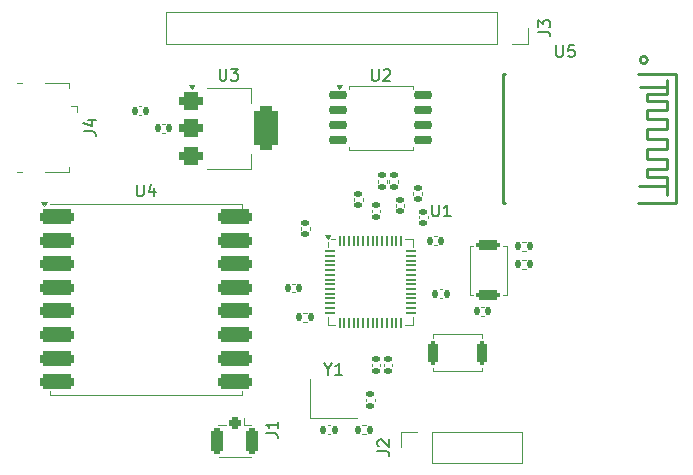
<source format=gbr>
%TF.GenerationSoftware,KiCad,Pcbnew,8.0.4*%
%TF.CreationDate,2024-08-04T16:14:02-04:00*%
%TF.ProjectId,board,626f6172-642e-46b6-9963-61645f706362,rev?*%
%TF.SameCoordinates,Original*%
%TF.FileFunction,Legend,Top*%
%TF.FilePolarity,Positive*%
%FSLAX46Y46*%
G04 Gerber Fmt 4.6, Leading zero omitted, Abs format (unit mm)*
G04 Created by KiCad (PCBNEW 8.0.4) date 2024-08-04 16:14:02*
%MOMM*%
%LPD*%
G01*
G04 APERTURE LIST*
G04 Aperture macros list*
%AMRoundRect*
0 Rectangle with rounded corners*
0 $1 Rounding radius*
0 $2 $3 $4 $5 $6 $7 $8 $9 X,Y pos of 4 corners*
0 Add a 4 corners polygon primitive as box body*
4,1,4,$2,$3,$4,$5,$6,$7,$8,$9,$2,$3,0*
0 Add four circle primitives for the rounded corners*
1,1,$1+$1,$2,$3*
1,1,$1+$1,$4,$5*
1,1,$1+$1,$6,$7*
1,1,$1+$1,$8,$9*
0 Add four rect primitives between the rounded corners*
20,1,$1+$1,$2,$3,$4,$5,0*
20,1,$1+$1,$4,$5,$6,$7,0*
20,1,$1+$1,$6,$7,$8,$9,0*
20,1,$1+$1,$8,$9,$2,$3,0*%
G04 Aperture macros list end*
%ADD10C,0.150000*%
%ADD11C,0.120000*%
%ADD12C,0.254000*%
%ADD13RoundRect,0.200000X0.800000X-0.200000X0.800000X0.200000X-0.800000X0.200000X-0.800000X-0.200000X0*%
%ADD14RoundRect,0.140000X-0.170000X0.140000X-0.170000X-0.140000X0.170000X-0.140000X0.170000X0.140000X0*%
%ADD15RoundRect,0.135000X-0.185000X0.135000X-0.185000X-0.135000X0.185000X-0.135000X0.185000X0.135000X0*%
%ADD16C,2.200000*%
%ADD17RoundRect,0.200000X0.200000X0.800000X-0.200000X0.800000X-0.200000X-0.800000X0.200000X-0.800000X0*%
%ADD18R,1.700000X1.700000*%
%ADD19O,1.700000X1.700000*%
%ADD20RoundRect,0.140000X0.140000X0.170000X-0.140000X0.170000X-0.140000X-0.170000X0.140000X-0.170000X0*%
%ADD21RoundRect,0.140000X0.170000X-0.140000X0.170000X0.140000X-0.170000X0.140000X-0.170000X-0.140000X0*%
%ADD22RoundRect,0.135000X-0.135000X-0.185000X0.135000X-0.185000X0.135000X0.185000X-0.135000X0.185000X0*%
%ADD23RoundRect,0.317500X-1.157500X-0.317500X1.157500X-0.317500X1.157500X0.317500X-1.157500X0.317500X0*%
%ADD24RoundRect,0.140000X-0.140000X-0.170000X0.140000X-0.170000X0.140000X0.170000X-0.140000X0.170000X0*%
%ADD25RoundRect,0.375000X-0.625000X-0.375000X0.625000X-0.375000X0.625000X0.375000X-0.625000X0.375000X0*%
%ADD26RoundRect,0.500000X-0.500000X-1.400000X0.500000X-1.400000X0.500000X1.400000X-0.500000X1.400000X0*%
%ADD27RoundRect,0.150000X-0.650000X-0.150000X0.650000X-0.150000X0.650000X0.150000X-0.650000X0.150000X0*%
%ADD28R,1.350000X0.400000*%
%ADD29O,1.550000X0.890000*%
%ADD30R,1.550000X1.200000*%
%ADD31O,0.950000X1.250000*%
%ADD32R,1.550000X1.500000*%
%ADD33R,0.900000X1.800000*%
%ADD34RoundRect,0.050000X-0.387500X-0.050000X0.387500X-0.050000X0.387500X0.050000X-0.387500X0.050000X0*%
%ADD35RoundRect,0.050000X-0.050000X-0.387500X0.050000X-0.387500X0.050000X0.387500X-0.050000X0.387500X0*%
%ADD36R,3.200000X3.200000*%
%ADD37R,1.400000X1.200000*%
%ADD38RoundRect,0.135000X0.135000X0.185000X-0.135000X0.185000X-0.135000X-0.185000X0.135000X-0.185000X0*%
%ADD39RoundRect,0.250000X-0.250000X0.275000X-0.250000X-0.275000X0.250000X-0.275000X0.250000X0.275000X0*%
%ADD40RoundRect,0.250000X-0.275000X0.850000X-0.275000X-0.850000X0.275000X-0.850000X0.275000X0.850000X0*%
G04 APERTURE END LIST*
D10*
X72604819Y-64333333D02*
X73319104Y-64333333D01*
X73319104Y-64333333D02*
X73461961Y-64380952D01*
X73461961Y-64380952D02*
X73557200Y-64476190D01*
X73557200Y-64476190D02*
X73604819Y-64619047D01*
X73604819Y-64619047D02*
X73604819Y-64714285D01*
X72700057Y-63904761D02*
X72652438Y-63857142D01*
X72652438Y-63857142D02*
X72604819Y-63761904D01*
X72604819Y-63761904D02*
X72604819Y-63523809D01*
X72604819Y-63523809D02*
X72652438Y-63428571D01*
X72652438Y-63428571D02*
X72700057Y-63380952D01*
X72700057Y-63380952D02*
X72795295Y-63333333D01*
X72795295Y-63333333D02*
X72890533Y-63333333D01*
X72890533Y-63333333D02*
X73033390Y-63380952D01*
X73033390Y-63380952D02*
X73604819Y-63952380D01*
X73604819Y-63952380D02*
X73604819Y-63333333D01*
X86224819Y-28833333D02*
X86939104Y-28833333D01*
X86939104Y-28833333D02*
X87081961Y-28880952D01*
X87081961Y-28880952D02*
X87177200Y-28976190D01*
X87177200Y-28976190D02*
X87224819Y-29119047D01*
X87224819Y-29119047D02*
X87224819Y-29214285D01*
X86224819Y-28452380D02*
X86224819Y-27833333D01*
X86224819Y-27833333D02*
X86605771Y-28166666D01*
X86605771Y-28166666D02*
X86605771Y-28023809D01*
X86605771Y-28023809D02*
X86653390Y-27928571D01*
X86653390Y-27928571D02*
X86701009Y-27880952D01*
X86701009Y-27880952D02*
X86796247Y-27833333D01*
X86796247Y-27833333D02*
X87034342Y-27833333D01*
X87034342Y-27833333D02*
X87129580Y-27880952D01*
X87129580Y-27880952D02*
X87177200Y-27928571D01*
X87177200Y-27928571D02*
X87224819Y-28023809D01*
X87224819Y-28023809D02*
X87224819Y-28309523D01*
X87224819Y-28309523D02*
X87177200Y-28404761D01*
X87177200Y-28404761D02*
X87129580Y-28452380D01*
X52238095Y-41754819D02*
X52238095Y-42564342D01*
X52238095Y-42564342D02*
X52285714Y-42659580D01*
X52285714Y-42659580D02*
X52333333Y-42707200D01*
X52333333Y-42707200D02*
X52428571Y-42754819D01*
X52428571Y-42754819D02*
X52619047Y-42754819D01*
X52619047Y-42754819D02*
X52714285Y-42707200D01*
X52714285Y-42707200D02*
X52761904Y-42659580D01*
X52761904Y-42659580D02*
X52809523Y-42564342D01*
X52809523Y-42564342D02*
X52809523Y-41754819D01*
X53714285Y-42088152D02*
X53714285Y-42754819D01*
X53476190Y-41707200D02*
X53238095Y-42421485D01*
X53238095Y-42421485D02*
X53857142Y-42421485D01*
X59238095Y-31954819D02*
X59238095Y-32764342D01*
X59238095Y-32764342D02*
X59285714Y-32859580D01*
X59285714Y-32859580D02*
X59333333Y-32907200D01*
X59333333Y-32907200D02*
X59428571Y-32954819D01*
X59428571Y-32954819D02*
X59619047Y-32954819D01*
X59619047Y-32954819D02*
X59714285Y-32907200D01*
X59714285Y-32907200D02*
X59761904Y-32859580D01*
X59761904Y-32859580D02*
X59809523Y-32764342D01*
X59809523Y-32764342D02*
X59809523Y-31954819D01*
X60190476Y-31954819D02*
X60809523Y-31954819D01*
X60809523Y-31954819D02*
X60476190Y-32335771D01*
X60476190Y-32335771D02*
X60619047Y-32335771D01*
X60619047Y-32335771D02*
X60714285Y-32383390D01*
X60714285Y-32383390D02*
X60761904Y-32431009D01*
X60761904Y-32431009D02*
X60809523Y-32526247D01*
X60809523Y-32526247D02*
X60809523Y-32764342D01*
X60809523Y-32764342D02*
X60761904Y-32859580D01*
X60761904Y-32859580D02*
X60714285Y-32907200D01*
X60714285Y-32907200D02*
X60619047Y-32954819D01*
X60619047Y-32954819D02*
X60333333Y-32954819D01*
X60333333Y-32954819D02*
X60238095Y-32907200D01*
X60238095Y-32907200D02*
X60190476Y-32859580D01*
X72138095Y-31989819D02*
X72138095Y-32799342D01*
X72138095Y-32799342D02*
X72185714Y-32894580D01*
X72185714Y-32894580D02*
X72233333Y-32942200D01*
X72233333Y-32942200D02*
X72328571Y-32989819D01*
X72328571Y-32989819D02*
X72519047Y-32989819D01*
X72519047Y-32989819D02*
X72614285Y-32942200D01*
X72614285Y-32942200D02*
X72661904Y-32894580D01*
X72661904Y-32894580D02*
X72709523Y-32799342D01*
X72709523Y-32799342D02*
X72709523Y-31989819D01*
X73138095Y-32085057D02*
X73185714Y-32037438D01*
X73185714Y-32037438D02*
X73280952Y-31989819D01*
X73280952Y-31989819D02*
X73519047Y-31989819D01*
X73519047Y-31989819D02*
X73614285Y-32037438D01*
X73614285Y-32037438D02*
X73661904Y-32085057D01*
X73661904Y-32085057D02*
X73709523Y-32180295D01*
X73709523Y-32180295D02*
X73709523Y-32275533D01*
X73709523Y-32275533D02*
X73661904Y-32418390D01*
X73661904Y-32418390D02*
X73090476Y-32989819D01*
X73090476Y-32989819D02*
X73709523Y-32989819D01*
X47754819Y-37233333D02*
X48469104Y-37233333D01*
X48469104Y-37233333D02*
X48611961Y-37280952D01*
X48611961Y-37280952D02*
X48707200Y-37376190D01*
X48707200Y-37376190D02*
X48754819Y-37519047D01*
X48754819Y-37519047D02*
X48754819Y-37614285D01*
X48088152Y-36328571D02*
X48754819Y-36328571D01*
X47707200Y-36566666D02*
X48421485Y-36804761D01*
X48421485Y-36804761D02*
X48421485Y-36185714D01*
X87738095Y-29954819D02*
X87738095Y-30764342D01*
X87738095Y-30764342D02*
X87785714Y-30859580D01*
X87785714Y-30859580D02*
X87833333Y-30907200D01*
X87833333Y-30907200D02*
X87928571Y-30954819D01*
X87928571Y-30954819D02*
X88119047Y-30954819D01*
X88119047Y-30954819D02*
X88214285Y-30907200D01*
X88214285Y-30907200D02*
X88261904Y-30859580D01*
X88261904Y-30859580D02*
X88309523Y-30764342D01*
X88309523Y-30764342D02*
X88309523Y-29954819D01*
X89261904Y-29954819D02*
X88785714Y-29954819D01*
X88785714Y-29954819D02*
X88738095Y-30431009D01*
X88738095Y-30431009D02*
X88785714Y-30383390D01*
X88785714Y-30383390D02*
X88880952Y-30335771D01*
X88880952Y-30335771D02*
X89119047Y-30335771D01*
X89119047Y-30335771D02*
X89214285Y-30383390D01*
X89214285Y-30383390D02*
X89261904Y-30431009D01*
X89261904Y-30431009D02*
X89309523Y-30526247D01*
X89309523Y-30526247D02*
X89309523Y-30764342D01*
X89309523Y-30764342D02*
X89261904Y-30859580D01*
X89261904Y-30859580D02*
X89214285Y-30907200D01*
X89214285Y-30907200D02*
X89119047Y-30954819D01*
X89119047Y-30954819D02*
X88880952Y-30954819D01*
X88880952Y-30954819D02*
X88785714Y-30907200D01*
X88785714Y-30907200D02*
X88738095Y-30859580D01*
X77238095Y-43454819D02*
X77238095Y-44264342D01*
X77238095Y-44264342D02*
X77285714Y-44359580D01*
X77285714Y-44359580D02*
X77333333Y-44407200D01*
X77333333Y-44407200D02*
X77428571Y-44454819D01*
X77428571Y-44454819D02*
X77619047Y-44454819D01*
X77619047Y-44454819D02*
X77714285Y-44407200D01*
X77714285Y-44407200D02*
X77761904Y-44359580D01*
X77761904Y-44359580D02*
X77809523Y-44264342D01*
X77809523Y-44264342D02*
X77809523Y-43454819D01*
X78809523Y-44454819D02*
X78238095Y-44454819D01*
X78523809Y-44454819D02*
X78523809Y-43454819D01*
X78523809Y-43454819D02*
X78428571Y-43597676D01*
X78428571Y-43597676D02*
X78333333Y-43692914D01*
X78333333Y-43692914D02*
X78238095Y-43740533D01*
X68423809Y-57378628D02*
X68423809Y-57854819D01*
X68090476Y-56854819D02*
X68423809Y-57378628D01*
X68423809Y-57378628D02*
X68757142Y-56854819D01*
X69614285Y-57854819D02*
X69042857Y-57854819D01*
X69328571Y-57854819D02*
X69328571Y-56854819D01*
X69328571Y-56854819D02*
X69233333Y-56997676D01*
X69233333Y-56997676D02*
X69138095Y-57092914D01*
X69138095Y-57092914D02*
X69042857Y-57140533D01*
X63179819Y-62833333D02*
X63894104Y-62833333D01*
X63894104Y-62833333D02*
X64036961Y-62880952D01*
X64036961Y-62880952D02*
X64132200Y-62976190D01*
X64132200Y-62976190D02*
X64179819Y-63119047D01*
X64179819Y-63119047D02*
X64179819Y-63214285D01*
X64179819Y-61833333D02*
X64179819Y-62404761D01*
X64179819Y-62119047D02*
X63179819Y-62119047D01*
X63179819Y-62119047D02*
X63322676Y-62214285D01*
X63322676Y-62214285D02*
X63417914Y-62309523D01*
X63417914Y-62309523D02*
X63465533Y-62404761D01*
D11*
%TO.C,SW1*%
X80430000Y-46930000D02*
X80730000Y-46930000D01*
X80430000Y-51070000D02*
X80430000Y-46930000D01*
X80730000Y-51070000D02*
X80430000Y-51070000D01*
X83270000Y-46930000D02*
X83570000Y-46930000D01*
X83570000Y-46930000D02*
X83570000Y-51070000D01*
X83570000Y-51070000D02*
X83270000Y-51070000D01*
%TO.C,C5*%
X66140000Y-45392164D02*
X66140000Y-45607836D01*
X66860000Y-45392164D02*
X66860000Y-45607836D01*
%TO.C,R2*%
X72620000Y-41336359D02*
X72620000Y-41643641D01*
X73380000Y-41336359D02*
X73380000Y-41643641D01*
%TO.C,SW2*%
X77330000Y-54430000D02*
X81470000Y-54430000D01*
X77330000Y-54730000D02*
X77330000Y-54430000D01*
X77330000Y-57570000D02*
X77330000Y-57270000D01*
X81470000Y-54430000D02*
X81470000Y-54730000D01*
X81470000Y-57270000D02*
X81470000Y-57570000D01*
X81470000Y-57570000D02*
X77330000Y-57570000D01*
%TO.C,J2*%
X74590000Y-62670000D02*
X75920000Y-62670000D01*
X74590000Y-64000000D02*
X74590000Y-62670000D01*
X77190000Y-62670000D02*
X84870000Y-62670000D01*
X77190000Y-65330000D02*
X77190000Y-62670000D01*
X77190000Y-65330000D02*
X84870000Y-65330000D01*
X84870000Y-65330000D02*
X84870000Y-62670000D01*
%TO.C,C15*%
X68627836Y-62140000D02*
X68412164Y-62140000D01*
X68627836Y-62860000D02*
X68412164Y-62860000D01*
%TO.C,C16*%
X71640000Y-60107836D02*
X71640000Y-59892164D01*
X72360000Y-60107836D02*
X72360000Y-59892164D01*
%TO.C,R8*%
X66336359Y-52620000D02*
X66643641Y-52620000D01*
X66336359Y-53380000D02*
X66643641Y-53380000D01*
%TO.C,J3*%
X54730000Y-27170000D02*
X54730000Y-29830000D01*
X82730000Y-27170000D02*
X54730000Y-27170000D01*
X82730000Y-27170000D02*
X82730000Y-29830000D01*
X82730000Y-29830000D02*
X54730000Y-29830000D01*
X85330000Y-28500000D02*
X85330000Y-29830000D01*
X85330000Y-29830000D02*
X84000000Y-29830000D01*
%TO.C,U4*%
X44900000Y-43400000D02*
X61100000Y-43400000D01*
X44900000Y-59200000D02*
X44900000Y-59600000D01*
X44900000Y-59600000D02*
X61100000Y-59600000D01*
X61100000Y-43400000D02*
X61100000Y-43800000D01*
X61100000Y-59600000D02*
X61100000Y-59200000D01*
X44400000Y-43600000D02*
X44160000Y-43264000D01*
X44640000Y-43264000D01*
X44400000Y-43600000D01*
G36*
X44400000Y-43600000D02*
G01*
X44160000Y-43264000D01*
X44640000Y-43264000D01*
X44400000Y-43600000D01*
G37*
%TO.C,C9*%
X73140000Y-56912164D02*
X73140000Y-57127836D01*
X73860000Y-56912164D02*
X73860000Y-57127836D01*
%TO.C,C11*%
X74140000Y-43627836D02*
X74140000Y-43412164D01*
X74860000Y-43627836D02*
X74860000Y-43412164D01*
%TO.C,C12*%
X52412164Y-35140000D02*
X52627836Y-35140000D01*
X52412164Y-35860000D02*
X52627836Y-35860000D01*
%TO.C,U3*%
X58150000Y-33590000D02*
X61910000Y-33590000D01*
X58150000Y-40410000D02*
X61910000Y-40410000D01*
X61910000Y-33590000D02*
X61910000Y-34850000D01*
X61910000Y-40410000D02*
X61910000Y-39150000D01*
X56870000Y-33690000D02*
X56630000Y-33360000D01*
X57110000Y-33360000D01*
X56870000Y-33690000D01*
G36*
X56870000Y-33690000D02*
G01*
X56630000Y-33360000D01*
X57110000Y-33360000D01*
X56870000Y-33690000D01*
G37*
%TO.C,C1*%
X77627836Y-46140000D02*
X77412164Y-46140000D01*
X77627836Y-46860000D02*
X77412164Y-46860000D01*
%TO.C,U2*%
X70175000Y-33370000D02*
X70175000Y-33630000D01*
X70175000Y-38820000D02*
X70175000Y-38560000D01*
X72900000Y-33370000D02*
X70175000Y-33370000D01*
X72900000Y-33370000D02*
X75625000Y-33370000D01*
X72900000Y-38820000D02*
X70175000Y-38820000D01*
X72900000Y-38820000D02*
X75625000Y-38820000D01*
X75625000Y-33370000D02*
X75625000Y-33630000D01*
X75625000Y-38820000D02*
X75625000Y-38560000D01*
X69392500Y-33630000D02*
X69152500Y-33300000D01*
X69632500Y-33300000D01*
X69392500Y-33630000D01*
G36*
X69392500Y-33630000D02*
G01*
X69152500Y-33300000D01*
X69632500Y-33300000D01*
X69392500Y-33630000D01*
G37*
%TO.C,R1*%
X73610000Y-41336359D02*
X73610000Y-41643641D01*
X74370000Y-41336359D02*
X74370000Y-41643641D01*
%TO.C,R7*%
X71336359Y-62120000D02*
X71643641Y-62120000D01*
X71336359Y-62880000D02*
X71643641Y-62880000D01*
%TO.C,J4*%
X42110000Y-33140000D02*
X42510000Y-33140000D01*
X42510000Y-40660000D02*
X42110000Y-40660000D01*
X44480000Y-33140000D02*
X46460000Y-33140000D01*
X44480000Y-40660000D02*
X46460000Y-40660000D01*
X46460000Y-33140000D02*
X46460000Y-33560000D01*
X46460000Y-40660000D02*
X46460000Y-40240000D01*
X46690000Y-35140000D02*
X47140000Y-35140000D01*
X47140000Y-35590000D02*
X47140000Y-35140000D01*
D12*
%TO.C,U5*%
X83250000Y-32414000D02*
X83419000Y-32414000D01*
X83250000Y-43314000D02*
X83250000Y-32414000D01*
X83419000Y-43314000D02*
X83250000Y-43314000D01*
X94681000Y-32414000D02*
X97850000Y-32414000D01*
X95450000Y-34114000D02*
X95450000Y-34714000D01*
X95450000Y-34714000D02*
X97150000Y-34714000D01*
X95450000Y-35414000D02*
X95450000Y-36214000D01*
X95450000Y-36214000D02*
X97150000Y-36214000D01*
X95450000Y-37014000D02*
X95450000Y-37914000D01*
X95450000Y-37914000D02*
X97150000Y-37914000D01*
X95450000Y-38714000D02*
X95450000Y-39614000D01*
X95450000Y-39614000D02*
X97150000Y-39614000D01*
X95450000Y-40414000D02*
X95450000Y-41114000D01*
X95450000Y-41114000D02*
X97150000Y-41114000D01*
X97150000Y-32914000D02*
X97150000Y-33514000D01*
X97150000Y-33514000D02*
X94850000Y-33514000D01*
X97150000Y-33514000D02*
X97150000Y-34114000D01*
X97150000Y-34114000D02*
X95450000Y-34114000D01*
X97150000Y-34714000D02*
X97150000Y-35414000D01*
X97150000Y-35414000D02*
X95450000Y-35414000D01*
X97150000Y-36214000D02*
X97150000Y-37014000D01*
X97150000Y-37014000D02*
X95450000Y-37014000D01*
X97150000Y-37914000D02*
X97150000Y-38714000D01*
X97150000Y-38714000D02*
X95450000Y-38714000D01*
X97150000Y-39614000D02*
X97150000Y-40414000D01*
X97150000Y-40414000D02*
X95450000Y-40414000D01*
X97150000Y-41114000D02*
X97150000Y-42614000D01*
X97150000Y-41914000D02*
X94750000Y-41914000D01*
X97150000Y-41972500D02*
X97150000Y-41914000D01*
X97850000Y-32414000D02*
X97850000Y-43314000D01*
X97850000Y-43314000D02*
X94681000Y-43314000D01*
X95466000Y-31214500D02*
G75*
G02*
X94834000Y-31214500I-316000J0D01*
G01*
X94834000Y-31214500D02*
G75*
G02*
X95466000Y-31214500I316000J0D01*
G01*
D11*
%TO.C,C13*%
X54607836Y-36640000D02*
X54392164Y-36640000D01*
X54607836Y-37360000D02*
X54392164Y-37360000D01*
%TO.C,U1*%
X68390000Y-47040000D02*
X68390000Y-46630000D01*
X68390000Y-53610000D02*
X68390000Y-52960000D01*
X69040000Y-46390000D02*
X68690000Y-46390000D01*
X69040000Y-53610000D02*
X68390000Y-53610000D01*
X74960000Y-46390000D02*
X75610000Y-46390000D01*
X74960000Y-53610000D02*
X75610000Y-53610000D01*
X75610000Y-46390000D02*
X75610000Y-47040000D01*
X75610000Y-53610000D02*
X75610000Y-52960000D01*
X68390000Y-46390000D02*
X68150000Y-46060000D01*
X68630000Y-46060000D01*
X68390000Y-46390000D01*
G36*
X68390000Y-46390000D02*
G01*
X68150000Y-46060000D01*
X68630000Y-46060000D01*
X68390000Y-46390000D01*
G37*
%TO.C,C4*%
X65392164Y-50140000D02*
X65607836Y-50140000D01*
X65392164Y-50860000D02*
X65607836Y-50860000D01*
%TO.C,C2*%
X78107836Y-50640000D02*
X77892164Y-50640000D01*
X78107836Y-51360000D02*
X77892164Y-51360000D01*
%TO.C,R6*%
X84836359Y-46620000D02*
X85143641Y-46620000D01*
X84836359Y-47380000D02*
X85143641Y-47380000D01*
%TO.C,Y1*%
X66900000Y-58200000D02*
X66900000Y-61500000D01*
X66900000Y-61500000D02*
X70900000Y-61500000D01*
%TO.C,C6*%
X72140000Y-43892164D02*
X72140000Y-44107836D01*
X72860000Y-43892164D02*
X72860000Y-44107836D01*
%TO.C,C7*%
X76140000Y-44412164D02*
X76140000Y-44627836D01*
X76860000Y-44412164D02*
X76860000Y-44627836D01*
%TO.C,C8*%
X75640000Y-42627836D02*
X75640000Y-42412164D01*
X76360000Y-42627836D02*
X76360000Y-42412164D01*
%TO.C,R5*%
X85153641Y-48120000D02*
X84846359Y-48120000D01*
X85153641Y-48880000D02*
X84846359Y-48880000D01*
%TO.C,C10*%
X70640000Y-43107836D02*
X70640000Y-42892164D01*
X71360000Y-43107836D02*
X71360000Y-42892164D01*
%TO.C,C3*%
X72140000Y-57127836D02*
X72140000Y-56912164D01*
X72860000Y-57127836D02*
X72860000Y-56912164D01*
%TO.C,C14*%
X81392164Y-52140000D02*
X81607836Y-52140000D01*
X81392164Y-52860000D02*
X81607836Y-52860000D01*
%TO.C,J1*%
X59125000Y-62140000D02*
X59765000Y-62140000D01*
X61285000Y-62140000D02*
X61285000Y-61510000D01*
X61875000Y-64860000D02*
X59175000Y-64860000D01*
X61925000Y-62140000D02*
X61285000Y-62140000D01*
%TD*%
%LPC*%
%TO.C,J1*%
G36*
X61465000Y-62510000D02*
G01*
X59585000Y-62510000D01*
X59585000Y-64600000D01*
X61465000Y-64600000D01*
X61465000Y-62510000D01*
G37*
%TD*%
D13*
%TO.C,SW1*%
X82000000Y-51100000D03*
X82000000Y-46900000D03*
%TD*%
D14*
%TO.C,C5*%
X66500000Y-45020000D03*
X66500000Y-45980000D03*
%TD*%
D15*
%TO.C,R2*%
X73000000Y-40980000D03*
X73000000Y-42000000D03*
%TD*%
D16*
%TO.C,REF\u002A\u002A*%
X45000000Y-29500000D03*
%TD*%
D17*
%TO.C,SW2*%
X81500000Y-56000000D03*
X77300000Y-56000000D03*
%TD*%
D18*
%TO.C,J2*%
X75920000Y-64000000D03*
D19*
X78460000Y-64000000D03*
X81000000Y-64000000D03*
X83540000Y-64000000D03*
%TD*%
D20*
%TO.C,C15*%
X69000000Y-62500000D03*
X68040000Y-62500000D03*
%TD*%
D21*
%TO.C,C16*%
X72000000Y-60480000D03*
X72000000Y-59520000D03*
%TD*%
D22*
%TO.C,R8*%
X65980000Y-53000000D03*
X67000000Y-53000000D03*
%TD*%
D16*
%TO.C,REF\u002A\u002A*%
X92000000Y-29500000D03*
%TD*%
D18*
%TO.C,J3*%
X84000000Y-28500000D03*
D19*
X81460000Y-28500000D03*
X78920000Y-28500000D03*
X76380000Y-28500000D03*
X73840000Y-28500000D03*
X71300000Y-28500000D03*
X68760000Y-28500000D03*
X66220000Y-28500000D03*
X63680000Y-28500000D03*
X61140000Y-28500000D03*
X58600000Y-28500000D03*
X56060000Y-28500000D03*
%TD*%
D23*
%TO.C,U4*%
X45475000Y-44500000D03*
X45475000Y-46500000D03*
X45475000Y-48500000D03*
X45475000Y-50500000D03*
X45475000Y-52500000D03*
X45475000Y-54500000D03*
X45475000Y-56500000D03*
X45475000Y-58500000D03*
X60525000Y-58500000D03*
X60525000Y-56500000D03*
X60525000Y-54500000D03*
X60525000Y-52500000D03*
X60525000Y-50500000D03*
X60525000Y-48500000D03*
X60525000Y-46500000D03*
X60525000Y-44500000D03*
%TD*%
D14*
%TO.C,C9*%
X73500000Y-56540000D03*
X73500000Y-57500000D03*
%TD*%
D21*
%TO.C,C11*%
X74500000Y-44000000D03*
X74500000Y-43040000D03*
%TD*%
D24*
%TO.C,C12*%
X52040000Y-35500000D03*
X53000000Y-35500000D03*
%TD*%
D25*
%TO.C,U3*%
X56850000Y-34700000D03*
X56850000Y-37000000D03*
D26*
X63150000Y-37000000D03*
D25*
X56850000Y-39300000D03*
%TD*%
D20*
%TO.C,C1*%
X78000000Y-46500000D03*
X77040000Y-46500000D03*
%TD*%
D27*
%TO.C,U2*%
X69300000Y-34190000D03*
X69300000Y-35460000D03*
X69300000Y-36730000D03*
X69300000Y-38000000D03*
X76500000Y-38000000D03*
X76500000Y-36730000D03*
X76500000Y-35460000D03*
X76500000Y-34190000D03*
%TD*%
D15*
%TO.C,R1*%
X73990000Y-40980000D03*
X73990000Y-42000000D03*
%TD*%
D16*
%TO.C,REF\u002A\u002A*%
X45000000Y-63000000D03*
%TD*%
D22*
%TO.C,R7*%
X70980000Y-62500000D03*
X72000000Y-62500000D03*
%TD*%
D28*
%TO.C,J4*%
X46200000Y-35600000D03*
X46200000Y-36250000D03*
X46200000Y-36900000D03*
X46200000Y-37550000D03*
X46200000Y-38200000D03*
D29*
X43500000Y-33400000D03*
D30*
X43500000Y-34000000D03*
D31*
X46200000Y-34400000D03*
D32*
X43500000Y-35900000D03*
X43500000Y-37900000D03*
D31*
X46200000Y-39400000D03*
D30*
X43500000Y-39800000D03*
D29*
X43500000Y-40400000D03*
%TD*%
D33*
%TO.C,U5*%
X94000000Y-32500500D03*
X92900000Y-32500000D03*
X91800000Y-32500000D03*
X90700000Y-32500000D03*
X89600000Y-32500000D03*
X88500000Y-32500000D03*
X87400000Y-32500000D03*
X86300000Y-32500000D03*
X85200000Y-32500000D03*
X84100000Y-32500000D03*
X84100000Y-43128000D03*
X85200000Y-43128000D03*
X86300000Y-43128000D03*
X87400000Y-43128000D03*
X88500000Y-43128000D03*
X89600000Y-43128000D03*
X90700000Y-43128000D03*
X91800000Y-43128000D03*
X92900000Y-43128000D03*
X94000000Y-43128000D03*
%TD*%
D20*
%TO.C,C13*%
X54980000Y-37000000D03*
X54020000Y-37000000D03*
%TD*%
D34*
%TO.C,U1*%
X68562500Y-47400000D03*
X68562500Y-47800000D03*
X68562500Y-48200000D03*
X68562500Y-48600000D03*
X68562500Y-49000000D03*
X68562500Y-49400000D03*
X68562500Y-49800000D03*
X68562500Y-50200000D03*
X68562500Y-50600000D03*
X68562500Y-51000000D03*
X68562500Y-51400000D03*
X68562500Y-51800000D03*
X68562500Y-52200000D03*
X68562500Y-52600000D03*
D35*
X69400000Y-53437500D03*
X69800000Y-53437500D03*
X70200000Y-53437500D03*
X70600000Y-53437500D03*
X71000000Y-53437500D03*
X71400000Y-53437500D03*
X71800000Y-53437500D03*
X72200000Y-53437500D03*
X72600000Y-53437500D03*
X73000000Y-53437500D03*
X73400000Y-53437500D03*
X73800000Y-53437500D03*
X74200000Y-53437500D03*
X74600000Y-53437500D03*
D34*
X75437500Y-52600000D03*
X75437500Y-52200000D03*
X75437500Y-51800000D03*
X75437500Y-51400000D03*
X75437500Y-51000000D03*
X75437500Y-50600000D03*
X75437500Y-50200000D03*
X75437500Y-49800000D03*
X75437500Y-49400000D03*
X75437500Y-49000000D03*
X75437500Y-48600000D03*
X75437500Y-48200000D03*
X75437500Y-47800000D03*
X75437500Y-47400000D03*
D35*
X74600000Y-46562500D03*
X74200000Y-46562500D03*
X73800000Y-46562500D03*
X73400000Y-46562500D03*
X73000000Y-46562500D03*
X72600000Y-46562500D03*
X72200000Y-46562500D03*
X71800000Y-46562500D03*
X71400000Y-46562500D03*
X71000000Y-46562500D03*
X70600000Y-46562500D03*
X70200000Y-46562500D03*
X69800000Y-46562500D03*
X69400000Y-46562500D03*
D36*
X72000000Y-50000000D03*
%TD*%
D24*
%TO.C,C4*%
X65020000Y-50500000D03*
X65980000Y-50500000D03*
%TD*%
D20*
%TO.C,C2*%
X78480000Y-51000000D03*
X77520000Y-51000000D03*
%TD*%
D16*
%TO.C,REF\u002A\u002A*%
X92000000Y-63000000D03*
%TD*%
D22*
%TO.C,R6*%
X84480000Y-47000000D03*
X85500000Y-47000000D03*
%TD*%
D37*
%TO.C,Y1*%
X67800000Y-60700000D03*
X70000000Y-60700000D03*
X70000000Y-59000000D03*
X67800000Y-59000000D03*
%TD*%
D14*
%TO.C,C6*%
X72500000Y-43520000D03*
X72500000Y-44480000D03*
%TD*%
%TO.C,C7*%
X76500000Y-44040000D03*
X76500000Y-45000000D03*
%TD*%
D21*
%TO.C,C8*%
X76000000Y-43000000D03*
X76000000Y-42040000D03*
%TD*%
D38*
%TO.C,R5*%
X85510000Y-48500000D03*
X84490000Y-48500000D03*
%TD*%
D21*
%TO.C,C10*%
X71000000Y-43480000D03*
X71000000Y-42520000D03*
%TD*%
%TO.C,C3*%
X72500000Y-57500000D03*
X72500000Y-56540000D03*
%TD*%
D24*
%TO.C,C14*%
X81020000Y-52500000D03*
X81980000Y-52500000D03*
%TD*%
D39*
%TO.C,J1*%
X60525000Y-61975000D03*
D40*
X62000000Y-63500000D03*
X59050000Y-63500000D03*
%TD*%
%LPD*%
M02*

</source>
